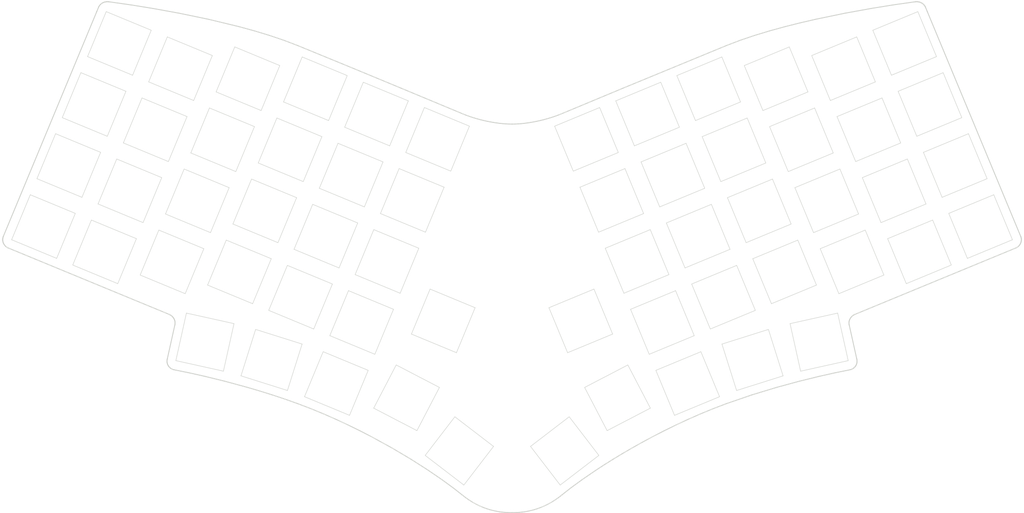
<source format=kicad_pcb>
(kicad_pcb (version 20211014) (generator pcbnew)
  (layers (0 "F.Cu" signal) (31 "B.Cu" signal) (34 "B.Paste" user) (35 "F.Paste" user) (37 "F.SilkS" user "F.Silkscreen") (38 "B.Mask" user) (39 "F.Mask" user) (44 "Edge.Cuts" user))
  (net 0 "")
  (footprint "custom_parts:MX-cutout" (layer "B.Cu") (at -169.721503 47.559868 -157.5)
    (fp_text reference "SW18" hide)
    (fp_text value "SW_Push" hide)
    (fp_line (start -7 7) (end -7 -7) (layer "Edge.Cuts") (width 0.15))
    (fp_line (start 7 7) (end -7 7) (layer "Edge.Cuts") (width 0.15))
    (fp_line (start -7 -7) (end 7 -7) (layer "Edge.Cuts") (width 0.15))
    (fp_line (start 7 -7) (end 7 7) (layer "Edge.Cuts") (width 0.15))
  )
  (footprint "custom_parts:MX-cutout" (layer "B.Cu") (at -122.513608 12.581629 -157.5)
    (fp_text reference "SW3" hide)
    (fp_text value "SW_Push" hide)
    (fp_line (start -7 -7) (end 7 -7) (layer "Edge.Cuts") (width 0.15))
    (fp_line (start -7 7) (end -7 -7) (layer "Edge.Cuts") (width 0.15))
    (fp_line (start 7 7) (end -7 7) (layer "Edge.Cuts") (width 0.15))
    (fp_line (start 7 -7) (end 7 7) (layer "Edge.Cuts") (width 0.15))
  )
  (footprint "custom_parts:MX-cutout" (layer "B.Cu") (at -248.841453 100.221001 157.5)
    (fp_text reference "SW58" hide)
    (fp_text value "SW_Push" hide)
    (fp_line (start 7 -7) (end 7 7) (layer "Edge.Cuts") (width 0.15))
    (fp_line (start 7 7) (end -7 7) (layer "Edge.Cuts") (width 0.15))
    (fp_line (start -7 7) (end -7 -7) (layer "Edge.Cuts") (width 0.15))
    (fp_line (start -7 -7) (end 7 -7) (layer "Edge.Cuts") (width 0.15))
  )
  (footprint "custom_parts:MX-cutout" (layer "B.Cu") (at -281.507377 30.13534 157.5)
    (fp_text reference "SW22" hide)
    (fp_text value "SW_Push" hide)
    (fp_line (start 7 7) (end -7 7) (layer "Edge.Cuts") (width 0.15))
    (fp_line (start -7 -7) (end 7 -7) (layer "Edge.Cuts") (width 0.15))
    (fp_line (start 7 -7) (end 7 7) (layer "Edge.Cuts") (width 0.15))
    (fp_line (start -7 7) (end -7 -7) (layer "Edge.Cuts") (width 0.15))
  )
  (footprint "custom_parts:MX-cutout" (layer "B.Cu") (at -85.58844 2.428085 -157.5)
    (fp_text reference "SW1" hide)
    (fp_text value "SW_Push" hide)
    (fp_line (start -7 -7) (end 7 -7) (layer "Edge.Cuts") (width 0.15))
    (fp_line (start -7 7) (end -7 -7) (layer "Edge.Cuts") (width 0.15))
    (fp_line (start 7 -7) (end 7 7) (layer "Edge.Cuts") (width 0.15))
    (fp_line (start 7 7) (end -7 7) (layer "Edge.Cuts") (width 0.15))
  )
  (footprint "custom_parts:MX-cutout" (layer "B.Cu") (at -325.703531 37.53551 157.5)
    (fp_text reference "SW36" hide)
    (fp_text value "SW_Push" hide)
    (fp_line (start 7 7) (end -7 7) (layer "Edge.Cuts") (width 0.15))
    (fp_line (start -7 -7) (end 7 -7) (layer "Edge.Cuts") (width 0.15))
    (fp_line (start 7 -7) (end 7 7) (layer "Edge.Cuts") (width 0.15))
    (fp_line (start -7 7) (end -7 -7) (layer "Edge.Cuts") (width 0.15))
  )
  (footprint "custom_parts:MX-cutout" (layer "B.Cu") (at -162.450517 65.113579 -157.5)
    (fp_text reference "SW30" hide)
    (fp_text value "SW_Push" hide)
    (fp_line (start 7 -7) (end 7 7) (layer "Edge.Cuts") (width 0.15))
    (fp_line (start -7 -7) (end 7 -7) (layer "Edge.Cuts") (width 0.15))
    (fp_line (start 7 7) (end -7 7) (layer "Edge.Cuts") (width 0.15))
    (fp_line (start -7 7) (end -7 -7) (layer "Edge.Cuts") (width 0.15))
  )
  (footprint "custom_parts:MX-cutout" (layer "B.Cu") (at -127.343095 50.571609 -157.5)
    (fp_text reference "SW28" hide)
    (fp_text value "SW_Push" hide)
    (fp_line (start 7 -7) (end 7 7) (layer "Edge.Cuts") (width 0.15))
    (fp_line (start -7 7) (end -7 -7) (layer "Edge.Cuts") (width 0.15))
    (fp_line (start 7 7) (end -7 7) (layer "Edge.Cuts") (width 0.15))
    (fp_line (start -7 -7) (end 7 -7) (layer "Edge.Cuts") (width 0.15))
  )
  (footprint "custom_parts:MX-cutout" (layer "B.Cu") (at -63.775484 55.08922 -157.5)
    (fp_text reference "SW37" hide)
    (fp_text value "SW_Push" hide)
    (fp_line (start -7 7) (end -7 -7) (layer "Edge.Cuts") (width 0.15))
    (fp_line (start 7 -7) (end 7 7) (layer "Edge.Cuts") (width 0.15))
    (fp_line (start 7 7) (end -7 7) (layer "Edge.Cuts") (width 0.15))
    (fp_line (start -7 -7) (end 7 -7) (layer "Edge.Cuts") (width 0.15))
  )
  (footprint "custom_parts:MX-cutout" (layer "B.Cu") (at -78.317455 19.981798 -157.5)
    (fp_text reference "SW13" hide)
    (fp_text value "SW_Push" hide)
    (fp_line (start -7 -7) (end 7 -7) (layer "Edge.Cuts") (width 0.15))
    (fp_line (start -7 7) (end -7 -7) (layer "Edge.Cuts") (width 0.15))
    (fp_line (start 7 7) (end -7 7) (layer "Edge.Cuts") (width 0.15))
    (fp_line (start 7 -7) (end 7 7) (layer "Edge.Cuts") (width 0.15))
  )
  (footprint "custom_parts:MX-cutout" (layer "B.Cu") (at -129.292742 93.445409 -162.5)
    (fp_text reference "SW50" hide)
    (fp_text value "SW_Push" hide)
    (fp_line (start 7 -7) (end 7 7) (layer "Edge.Cuts") (width 0.15))
    (fp_line (start -7 7) (end -7 -7) (layer "Edge.Cuts") (width 0.15))
    (fp_line (start 7 7) (end -7 7) (layer "Edge.Cuts") (width 0.15))
    (fp_line (start -7 -7) (end 7 -7) (layer "Edge.Cuts") (width 0.15))
  )
  (footprint "custom_parts:MX-cutout" (layer "B.Cu") (at -315.420805 62.360206 157.5)
    (fp_text reference "SW47" hide)
    (fp_text value "SW_Push" hide)
    (fp_line (start -7 7) (end -7 -7) (layer "Edge.Cuts") (width 0.15))
    (fp_line (start -7 -7) (end 7 -7) (layer "Edge.Cuts") (width 0.15))
    (fp_line (start 7 -7) (end 7 7) (layer "Edge.Cuts") (width 0.15))
    (fp_line (start 7 7) (end -7 7) (layer "Edge.Cuts") (width 0.15))
  )
  (footprint "custom_parts:MX-cutout" (layer "B.Cu") (at -311.161559 2.428087 157.5)
    (fp_text reference "SW12" hide)
    (fp_text value "SW_Push" hide)
    (fp_line (start -7 -7) (end 7 -7) (layer "Edge.Cuts") (width 0.15))
    (fp_line (start -7 7) (end -7 -7) (layer "Edge.Cuts") (width 0.15))
    (fp_line (start 7 -7) (end 7 7) (layer "Edge.Cuts") (width 0.15))
    (fp_line (start 7 7) (end -7 7) (layer "Edge.Cuts") (width 0.15))
  )
  (footprint "custom_parts:MX-cutout" (layer "B.Cu") (at -241.570467 82.667292 157.5)
    (fp_text reference "SW43" hide)
    (fp_text value "SW_Push" hide)
    (fp_line (start -7 7) (end -7 -7) (layer "Edge.Cuts") (width 0.15))
    (fp_line (start 7 7) (end -7 7) (layer "Edge.Cuts") (width 0.15))
    (fp_line (start 7 -7) (end 7 7) (layer "Edge.Cuts") (width 0.15))
    (fp_line (start -7 -7) (end 7 -7) (layer "Edge.Cuts") (width 0.15))
  )
  (footprint "custom_parts:MX-cutout" (layer "B.Cu") (at -178.622322 82.211785 -157.5)
    (fp_text reference "SW54" hide)
    (fp_text value "SW_Push" hide)
    (fp_line (start 7 -7) (end 7 7) (layer "Edge.Cuts") (width 0.15))
    (fp_line (start -7 7) (end -7 -7) (layer "Edge.Cuts") (width 0.15))
    (fp_line (start -7 -7) (end 7 -7) (layer "Edge.Cuts") (width 0.15))
    (fp_line (start 7 7) (end -7 7) (layer "Edge.Cuts") (width 0.15))
  )
  (footprint "custom_parts:MX-cutout" (layer "B.Cu") (at -288.778362 47.689051 157.5)
    (fp_text reference "SW34" hide)
    (fp_text value "SW_Push" hide)
    (fp_line (start 7 7) (end -7 7) (layer "Edge.Cuts") (width 0.15))
    (fp_line (start -7 -7) (end 7 -7) (layer "Edge.Cuts") (width 0.15))
    (fp_line (start -7 7) (end -7 -7) (layer "Edge.Cuts") (width 0.15))
    (fp_line (start 7 -7) (end 7 7) (layer "Edge.Cuts") (width 0.15))
  )
  (footprint "custom_parts:MX-cutout" (layer "B.Cu") (at -276.67789 68.125321 157.5)
    (fp_text reference "SW45" hide)
    (fp_text value "SW_Push" hide)
    (fp_line (start 7 -7) (end 7 7) (layer "Edge.Cuts") (width 0.15))
    (fp_line (start -7 7) (end -7 -7) (layer "Edge.Cuts") (width 0.15))
    (fp_line (start -7 -7) (end 7 -7) (layer "Edge.Cuts") (width 0.15))
    (fp_line (start 7 7) (end -7 7) (layer "Edge.Cuts") (width 0.15))
  )
  (footprint "custom_parts:MX-cutout" (layer "B.Cu") (at -71.04647 37.535509 -157.5)
    (fp_text reference "SW25" hide)
    (fp_text value "SW_Push" hide)
    (fp_line (start -7 7) (end -7 -7) (layer "Edge.Cuts") (width 0.15))
    (fp_line (start 7 7) (end -7 7) (layer "Edge.Cuts") (width 0.15))
    (fp_line (start -7 -7) (end 7 -7) (layer "Edge.Cuts") (width 0.15))
    (fp_line (start 7 -7) (end 7 7) (layer "Edge.Cuts") (width 0.15))
  )
  (footprint "custom_parts:MX-cutout" (layer "B.Cu") (at -219.757513 30.00616 157.5)
    (fp_text reference "SW7" hide)
    (fp_text value "SW_Push" hide)
    (fp_line (start -7 -7) (end 7 -7) (layer "Edge.Cuts") (width 0.15))
    (fp_line (start 7 7) (end -7 7) (layer "Edge.Cuts") (width 0.15))
    (fp_line (start 7 -7) (end 7 7) (layer "Edge.Cuts") (width 0.15))
    (fp_line (start -7 7) (end -7 -7) (layer "Edge.Cuts") (width 0.15))
  )
  (footprint "custom_parts:MX-cutout" (layer "B.Cu") (at -137.625821 75.396305 -157.5)
    (fp_text reference "SW41" hide)
    (fp_text value "SW_Push" hide)
    (fp_line (start 7 -7) (end 7 7) (layer "Edge.Cuts") (width 0.15))
    (fp_line (start -7 7) (end -7 -7) (layer "Edge.Cuts") (width 0.15))
    (fp_line (start -7 -7) (end 7 -7) (layer "Edge.Cuts") (width 0.15))
    (fp_line (start 7 7) (end -7 7) (layer "Edge.Cuts") (width 0.15))
  )
  (footprint "custom_parts:MX-cutout" (layer "B.Cu") (at -308.14982 44.806494 157.5)
    (fp_text reference "SW35" hide)
    (fp_text value "SW_Push" hide)
    (fp_line (start -7 7) (end -7 -7) (layer "Edge.Cuts") (width 0.15))
    (fp_line (start 7 -7) (end 7 7) (layer "Edge.Cuts") (width 0.15))
    (fp_line (start -7 -7) (end 7 -7) (layer "Edge.Cuts") (width 0.15))
    (fp_line (start 7 7) (end -7 7) (layer "Edge.Cuts") (width 0.15))
  )
  (footprint "custom_parts:MX-cutout" (layer "B.Cu") (at -300.878835 27.252784 157.5)
    (fp_text reference "SW23" hide)
    (fp_text value "SW_Push" hide)
    (fp_line (start -7 -7) (end 7 -7) (layer "Edge.Cuts") (width 0.15))
    (fp_line (start 7 -7) (end 7 7) (layer "Edge.Cuts") (width 0.15))
    (fp_line (start -7 7) (end -7 -7) (layer "Edge.Cuts") (width 0.15))
    (fp_line (start 7 7) (end -7 7) (layer "Edge.Cuts") (width 0.15))
  )
  (footprint "custom_parts:MX-cutout" (layer "B.Cu") (at -144.896807 57.842594 -157.5)
    (fp_text reference "SW29" hide)
    (fp_text value "SW_Push" hide)
    (fp_line (start -7 -7) (end 7 -7) (layer "Edge.Cuts") (width 0.15))
    (fp_line (start -7 7) (end -7 -7) (layer "Edge.Cuts") (width 0.15))
    (fp_line (start 7 7) (end -7 7) (layer "Edge.Cuts") (width 0.15))
    (fp_line (start 7 -7) (end 7 7) (layer "Edge.Cuts") (width 0.15))
  )
  (footprint "custom_parts:MX-cutout" (layer "B.Cu") (at -103.142151 9.699072 -157.5)
    (fp_text reference "SW2" hide)
    (fp_text value "SW_Push" hide)
    (fp_line (start -7 7) (end -7 -7) (layer "Edge.Cuts") (width 0.15))
    (fp_line (start -7 -7) (end 7 -7) (layer "Edge.Cuts") (width 0.15))
    (fp_line (start 7 -7) (end 7 7) (layer "Edge.Cuts") (width 0.15))
    (fp_line (start 7 7) (end -7 7) (layer "Edge.Cuts") (width 0.15))
  )
  (footprint "custom_parts:MX-cutout" (layer "B.Cu") (at -120.07211 68.125321 -157.5)
    (fp_text reference "SW40" hide)
    (fp_text value "SW_Push" hide)
    (fp_line (start 7 -7) (end 7 7) (layer "Edge.Cuts") (width 0.15))
    (fp_line (start -7 7) (end -7 -7) (layer "Edge.Cuts") (width 0.15))
    (fp_line (start -7 -7) (end 7 -7) (layer "Edge.Cuts") (width 0.15))
    (fp_line (start 7 7) (end -7 7) (layer "Edge.Cuts") (width 0.15))
  )
  (footprint "custom_parts:MX-cutout" (layer "B.Cu") (at -262.13592 33.017898 157.5)
    (fp_text reference "SW21" hide)
    (fp_text value "SW_Push" hide)
    (fp_line (start -7 -7) (end 7 -7) (layer "Edge.Cuts") (width 0.15))
    (fp_line (start 7 7) (end -7 7) (layer "Edge.Cuts") (width 0.15))
    (fp_line (start -7 7) (end -7 -7) (layer "Edge.Cuts") (width 0.15))
    (fp_line (start 7 -7) (end 7 7) (layer "Edge.Cuts") (width 0.15))
  )
  (footprint "custom_parts:MX-cutout" (layer "B.Cu") (at -134.614079 33.017897 -157.5)
    (fp_text reference "SW16" hide)
    (fp_text value "SW_Push" hide)
    (fp_line (start 7 7) (end -7 7) (layer "Edge.Cuts") (width 0.15))
    (fp_line (start -7 -7) (end 7 -7) (layer "Edge.Cuts") (width 0.15))
    (fp_line (start -7 7) (end -7 -7) (layer "Edge.Cuts") (width 0.15))
    (fp_line (start 7 -7) (end 7 7) (layer "Edge.Cuts") (width 0.15))
  )
  (footprint "custom_parts:MX-cutout" (layer "B.Cu") (at -110.156947 88.31803 -167.5)
    (fp_text reference "SW49" hide)
    (fp_text value "SW_Push" hide)
    (fp_line (start -7 -7) (end 7 -7) (layer "Edge.Cuts") (width 0.15))
    (fp_line (start 7 7) (end -7 7) (layer "Edge.Cuts") (width 0.15))
    (fp_line (start 7 -7) (end 7 7) (layer "Edge.Cuts") (width 0.15))
    (fp_line (start -7 7) (end -7 -7) (layer "Edge.Cuts") (width 0.15))
  )
  (footprint "custom_parts:MX-cutout" (layer "B.Cu") (at -95.871165 27.252784 -157.5)
    (fp_text reference "SW14" hide)
    (fp_text value "SW_Push" hide)
    (fp_line (start -7 -7) (end 7 -7) (layer "Edge.Cuts") (width 0.15))
    (fp_line (start 7 7) (end -7 7) (layer "Edge.Cuts") (width 0.15))
    (fp_line (start 7 -7) (end 7 7) (layer "Edge.Cuts") (width 0.15))
    (fp_line (start -7 7) (end -7 -7) (layer "Edge.Cuts") (width 0.15))
  )
  (footprint "custom_parts:MX-cutout" (layer "B.Cu") (at -115.242622 30.13534 -157.5)
    (fp_text reference "SW15" hide)
    (fp_text value "SW_Push" hide)
    (fp_line (start 7 -7) (end 7 7) (layer "Edge.Cuts") (width 0.15))
    (fp_line (start -7 7) (end -7 -7) (layer "Edge.Cuts") (width 0.15))
    (fp_line (start -7 -7) (end 7 -7) (layer "Edge.Cuts") (width 0.15))
    (fp_line (start 7 7) (end -7 7) (layer "Edge.Cuts") (width 0.15))
  )
  (footprint "custom_parts:MX-cutout" (layer "B.Cu") (at -244.582209 40.288884 157.5)
    (fp_text reference "SW20" hide)
    (fp_text value "SW_Push" hide)
    (fp_line (start 7 7) (end -7 7) (layer "Edge.Cuts") (width 0.15))
    (fp_line (start 7 -7) (end 7 7) (layer "Edge.Cuts") (width 0.15))
    (fp_line (start -7 7) (end -7 -7) (layer "Edge.Cuts") (width 0.15))
    (fp_line (start -7 -7) (end 7 -7) (layer "Edge.Cuts") (width 0.15))
  )
  (footprint "custom_parts:MX-cutout" (layer "B.Cu") (at -155.179533 82.667292 -157.5)
    (fp_text reference "SW42" hide)
    (fp_text value "SW_Push" hide)
    (fp_line (start 7 -7) (end 7 7) (layer "Edge.Cuts") (width 0.15))
    (fp_line (start -7 7) (end -7 -7) (layer "Edge.Cuts") (width 0.15))
    (fp_line (start 7 7) (end -7 7) (layer "Edge.Cuts") (width 0.15))
    (fp_line (start -7 -7) (end 7 -7) (layer "Edge.Cuts") (width 0.15))
  )
  (footprint "custom_parts:MX-cutout" (layer "B.Cu") (at -88.60018 44.806494 -157.5)
    (fp_text reference "SW26" hide)
    (fp_text value "SW_Push" hide)
    (fp_line (start 7 7) (end -7 7) (layer "Edge.Cuts") (width 0.15))
    (fp_line (start -7 7) (end -7 -7) (layer "Edge.Cuts") (width 0.15))
    (fp_line (start 7 -7) (end 7 7) (layer "Edge.Cuts") (width 0.15))
    (fp_line (start -7 -7) (end 7 -7) (layer "Edge.Cuts") (width 0.15))
  )
  (footprint "custom_parts:MX-cutout" (layer "B.Cu") (at -296.049347 65.242762 157.5)
    (fp_text reference "SW46" hide)
    (fp_text value "SW_Push" hide)
    (fp_line (start 7 7) (end -7 7) (layer "Edge.Cuts") (width 0.15))
    (fp_line (start -7 7) (end -7 -7) (layer "Edge.Cuts") (width 0.15))
    (fp_line (start 7 -7) (end 7 7) (layer "Edge.Cuts") (width 0.15))
    (fp_line (start -7 -7) (end 7 -7) (layer "Edge.Cuts") (width 0.15))
  )
  (footprint "custom_parts:MX-cutout" (layer "B.Cu") (at -213.503455 119.597194 142.5)
    (fp_text reference "SW56" hide)
    (fp_text value "SW_Push" hide)
    (fp_line (start 7 -7) (end 7 7) (layer "Edge.Cuts") (width 0.15))
    (fp_line (start -7 -7) (end 7 -7) (layer "Edge.Cuts") (width 0.15))
    (fp_line (start 7 7) (end -7 7) (layer "Edge.Cuts") (width 0.15))
    (fp_line (start -7 7) (end -7 -7) (layer "Edge.Cuts") (width 0.15))
  )
  (footprint "custom_parts:MX-cutout" (layer "B.Cu") (at -286.593053 88.31803 167.5)
    (fp_text reference "SW60" hide)
    (fp_text value "SW_Push" hide)
    (fp_line (start -7 -7) (end 7 -7) (layer "Edge.Cuts") (width 0.15))
    (fp_line (start 7 -7) (end 7 7) (layer "Edge.Cuts") (width 0.15))
    (fp_line (start 7 7) (end -7 7) (layer "Edge.Cuts") (width 0.15))
    (fp_line (start -7 7) (end -7 -7) (layer "Edge.Cuts") (width 0.15))
  )
  (footprint "custom_parts:MX-cutout" (layer "B.Cu") (at -259.124179 75.396305 157.5)
    (fp_text reference "SW44" hide)
    (fp_text value "SW_Push" hide)
    (fp_line (start -7 7) (end -7 -7) (layer "Edge.Cuts") (width 0.15))
    (fp_line (start 7 -7) (end 7 7) (layer "Edge.Cuts") (width 0.15))
    (fp_line (start 7 7) (end -7 7) (layer "Edge.Cuts") (width 0.15))
    (fp_line (start -7 -7) (end 7 -7) (layer "Edge.Cuts") (width 0.15))
  )
  (footprint "custom_parts:MX-cutout" (layer "B.Cu") (at -332.974516 55.08922 157.5)
    (fp_text reference "SW48" hide)
    (fp_text value "SW_Push" hide)
    (fp_line (start 7 -7) (end 7 7) (layer "Edge.Cuts") (width 0.15))
    (fp_line (start -7 7) (end -7 -7) (layer "Edge.Cuts") (width 0.15))
    (fp_line (start 7 7) (end -7 7) (layer "Edge.Cuts") (width 0.15))
    (fp_line (start -7 -7) (end 7 -7) (layer "Edge.Cuts") (width 0.15))
  )
  (footprint "custom_parts:MX-cutout" (layer "B.Cu") (at -293.607848 9.699072 157.5)
    (fp_text reference "SW11" hide)
    (fp_text value "SW_Push" hide)
    (fp_line (start 7 7) (end -7 7) (layer "Edge.Cuts") (width 0.15))
    (fp_line (start 7 -7) (end 7 7) (layer "Edge.Cuts") (width 0.15))
    (fp_line (start -7 -7) (end 7 -7) (layer "Edge.Cuts") (width 0.15))
    (fp_line (start -7 7) (end -7 -7) (layer "Edge.Cuts") (width 0.15))
  )
  (footprint "custom_parts:MX-cutout" (layer "B.Cu") (at -183.246545 119.597194 -142.5)
    (fp_text reference "SW53" hide)
    (fp_text value "SW_Push" hide)
    (fp_line (start -7 7) (end -7 -7) (layer "Edge.Cuts") (width 0.15))
    (fp_line (start 7 7) (end -7 7) (layer "Edge.Cuts") (width 0.15))
    (fp_line (start 7 -7) (end 7 7) (layer "Edge.Cuts") (width 0.15))
    (fp_line (start -7 -7) (end 7 -7) (layer "Edge.Cuts") (width 0.15))
  )
  (footprint "custom_parts:MX-cutout" (layer "B.Cu") (at -218.127677 82.211786 157.5)
    (fp_text reference "SW55" hide)
    (fp_text value "SW_Push" hide)
    (fp_line (start 7 -7) (end 7 7) (layer "Edge.Cuts") (width 0.15))
    (fp_line (start -7 -7) (end 7 -7) (layer "Edge.Cuts") (width 0.15))
    (fp_line (start 7 7) (end -7 7) (layer "Edge.Cuts") (width 0.15))
    (fp_line (start -7 7) (end -7 -7) (layer "Edge.Cuts") (width 0.15))
  )
  (footprint "custom_parts:MX-cutout" (layer "B.Cu") (at -274.236392 12.581629 157.5)
    (fp_text reference "SW10" hide)
    (fp_text value "SW_Push" hide)
    (fp_line (start -7 7) (end -7 -7) (layer "Edge.Cuts") (width 0.15))
    (fp_line (start 7 7) (end -7 7) (layer "Edge.Cuts") (width 0.15))
    (fp_line (start -7 -7) (end 7 -7) (layer "Edge.Cuts") (width 0.15))
    (fp_line (start 7 -7) (end 7 7) (layer "Edge.Cuts") (width 0.15))
  )
  (footprint "custom_parts:MX-cutout" (layer "B.Cu") (at -152.167791 40.288884 -157.5)
    (fp_text reference "SW17" hide)
    (fp_text value "SW_Push" hide)
    (fp_line (start -7 7) (end -7 -7) (layer "Edge.Cuts") (width 0.15))
    (fp_line (start -7 -7) (end 7 -7) (layer "Edge.Cuts") (width 0.15))
    (fp_line (start 7 7) (end -7 7) (layer "Edge.Cuts") (width 0.15))
    (fp_line (start 7 -7) (end 7 7) (layer "Edge.Cuts") (width 0.15))
  )
  (footprint "custom_parts:MX-cutout" (layer "B.Cu") (at -267.457406 93.445349 162.5)
    (fp_text reference "SW59" hide)
    (fp_text value "SW_Push" hide)
    (fp_line (start 7 7) (end -7 7) (layer "Edge.Cuts") (width 0.15))
    (fp_line (start 7 -7) (end 7 7) (layer "Edge.Cuts") (width 0.15))
    (fp_line (start -7 -7) (end 7 -7) (layer "Edge.Cuts") (width 0.15))
    (fp_line (start -7 7) (end -7 -7) (layer "Edge.Cuts") (width 0.15))
  )
  (footprint "custom_parts:MX-cutout" (layer "B.Cu") (at -228.670362 104.324504 62.5)
    (fp_text reference "SW57" hide)
    (fp_text value "SW_Push" hide)
    (fp_line (start 7 -7) (end 7 7) (layer "Edge.Cuts") (width 0.15))
    (fp_line (start 7 7) (end -7 7) (layer "Edge.Cuts") (width 0.15))
    (fp_line (start -7 7) (end -7 -7) (layer "Edge.Cuts") (width 0.15))
    (fp_line (start -7 -7) (end 7 -7) (layer "Edge.Cuts") (width 0.15))
  )
  (footprint "custom_parts:MX-cutout" (layer "B.Cu") (at -107.971638 47.689051 -157.5)
    (fp_text reference "SW27" hide)
    (fp_text value "SW_Push" hide)
    (fp_line (start 7 -7) (end 7 7) (layer "Edge.Cuts") (width 0.15))
    (fp_line (start -7 -7) (end 7 -7) (layer "Edge.Cuts") (width 0.15))
    (fp_line (start -7 7) (end -7 -7) (layer "Edge.Cuts") (width 0.15))
    (fp_line (start 7 7) (end -7 7) (layer "Edge.Cuts") (width 0.15))
  )
  (footprint "custom_parts:MX-cutout" (layer "B.Cu") (at -237.311225 22.735172 157.5)
    (fp_text reference "SW8" hide)
    (fp_text value "SW_Push" hide)
    (fp_line (start 7 7) (end -7 7) (layer "Edge.Cuts") (width 0.15))
    (fp_line (start -7 7) (end -7 -7) (layer "Edge.Cuts") (width 0.15))
    (fp_line (start -7 -7) (end 7 -7) (layer "Edge.Cuts") (width 0.15))
    (fp_line (start 7 -7) (end 7 7) (layer "Edge.Cuts") (width 0.15))
  )
  (footprint "custom_parts:MX-cutout" (layer "B.Cu") (at -234.299482 65.11358 157.5)
    (fp_text reference "SW31" hide)
    (fp_text value "SW_Push" hide)
    (fp_line (start 7 7) (end -7 7) (layer "Edge.Cuts") (width 0.15))
    (fp_line (start -7 -7) (end 7 -7) (layer "Edge.Cuts") (width 0.15))
    (fp_line (start -7 7) (end -7 -7) (layer "Edge.Cuts") (width 0.15))
    (fp_line (start 7 -7) (end 7 7) (layer "Edge.Cuts") (width 0.15))
  )
  (footprint "custom_parts:MX-cutout" (layer "B.Cu") (at -81.329196 62.360206 -157.5)
    (fp_text reference "SW38" hide)
    (fp_text value "SW_Push" hide)
    (fp_line (start 7 7) (end -7 7) (layer "Edge.Cuts") (width 0.15))
    (fp_line (start -7 7) (end -7 -7) (layer "Edge.Cuts") (width 0.15))
    (fp_line (start 7 -7) (end 7 7) (layer "Edge.Cuts") (width 0.15))
    (fp_line (start -7 -7) (end 7 -7) (layer "Edge.Cuts") (width 0.15))
  )
  (footprint "custom_parts:MX-cutout" (layer "B.Cu") (at -227.028498 47.559869 157.5)
    (fp_text reference "SW19" hide)
    (fp_text value "SW_Push" hide)
    (fp_line (start 7 -7) (end 7 7) (layer "Edge.Cuts") (width 0.15))
    (fp_line (start -7 -7) (end 7 -7) (layer "Edge.Cuts") (width 0.15))
    (fp_line (start -7 7) (end -7 -7) (layer "Edge.Cuts") (width 0.15))
    (fp_line (start 7 7) (end -7 7) (layer "Edge.Cuts") (width 0.15))
  )
  (footprint "custom_parts:MX-cutout" (layer "B.Cu") (at -159.438775 22.735172 -157.5)
    (fp_text reference "SW5" hide)
    (fp_text value "SW_Push" hide)
    (fp_line (start -7 -7) (end 7 -7) (layer "Edge.Cuts") (width 0.15))
    (fp_line (start 7 7) (end -7 7) (layer "Edge.Cuts") (width 0.15))
    (fp_line (start -7 7) (end -7 -7) (layer "Edge.Cuts") (width 0.15))
    (fp_line (start 7 -7) (end 7 7) (layer "Edge.Cuts") (width 0.15))
  )
  (footprint "custom_parts:MX-cutout" (layer "B.Cu") (at -251.853193 57.842594 157.5)
    (fp_text reference "SW32" hide)
    (fp_text value "SW_Push" hide)
    (fp_line (start 7 -7) (end 7 7) (layer "Edge.Cuts") (width 0.15))
    (fp_line (start -7 -7) (end 7 -7) (layer "Edge.Cuts") (width 0.15))
    (fp_line (start -7 7) (end -7 -7) (layer "Edge.Cuts") (width 0.15))
    (fp_line (start 7 7) (end -7 7) (layer "Edge.Cuts") (width 0.15))
  )
  (footprint "custom_parts:MX-cutout" (layer "B.Cu") (at -254.864935 15.464187 157.5)
    (fp_text reference "SW9" hide)
    (fp_text value "SW_Push" hide)
    (fp_line (start 7 -7) (end 7 7) (layer "Edge.Cuts") (width 0.15))
    (fp_line (start -7 -7) (end 7 -7) (layer "Edge.Cuts") (width 0.15))
    (fp_line (start 7 7) (end -7 7) (layer "Edge.Cuts") (width 0.15))
    (fp_line (start -7 7) (end -7 -7) (layer "Edge.Cuts") (width 0.15))
  )
  (footprint "custom_parts:MX-cutout" (layer "B.Cu") (at -100.700653 65.242762 -157.5)
    (fp_text reference "SW39" hide)
    (fp_text value "SW_Push" hide)
    (fp_line (start -7 -7) (end 7 -7) (layer "Edge.Cuts") (width 0.15))
    (fp_line (start 7 -7) (end 7 7) (layer "Edge.Cuts") (width 0.15))
    (fp_line (start -7 7) (end -7 -7) (layer "Edge.Cuts") (width 0.15))
    (fp_line (start 7 7) (end -7 7) (layer "Edge.Cuts") (width 0.15))
  )
  (footprint "custom_parts:MX-cutout" (layer "B.Cu") (at -147.908547 100.221001 -157.5)
    (fp_text reference "SW51" hide)
    (fp_text value "SW_Push" hide)
    (fp_line (start 7 -7) (end 7 7) (layer "Edge.Cuts") (width 0.15))
    (fp_line (start -7 -7) (end 7 -7) (layer "Edge.Cuts") (width 0.15))
    (fp_line (start -7 7) (end -7 -7) (layer "Edge.Cuts") (width 0.15))
    (fp_line (start 7 7) (end -7 7) (layer "Edge.Cuts") (width 0.15))
  )
  (footprint "custom_parts:MX-cutout" (layer "B.Cu") (at -168.079637 104.324504 117.5)
    (fp_text reference "SW52" hide)
    (fp_text value "SW_Push" hide)
    (fp_line (start 7 7) (end -7 7) (layer "Edge.Cuts") (width 0.15))
    (fp_line (start -7 -7) (end 7 -7) (layer "Edge.Cuts") (width 0.15))
    (fp_line (start 7 -7) (end 7 7) (layer "Edge.Cuts") (width 0.15))
    (fp_line (start -7 7) (end -7 -7) (layer "Edge.Cuts") (width 0.15))
  )
  (footprint "custom_parts:MX-cutout" (layer "B.Cu") (at -141.885065 15.464188 -157.5)
    (fp_text reference "SW4" hide)
    (fp_text value "SW_Push" hide)
    (fp_line (start 7 7) (end -7 7) (layer "Edge.Cuts") (width 0.15))
    (fp_line (start 7 -7) (end 7 7) (layer "Edge.Cuts") (width 0.15))
    (fp_line (start -7 7) (end -7 -7) (layer "Edge.Cuts") (width 0.15))
    (fp_line (start -7 -7) (end 7 -7) (layer "Edge.Cuts") (width 0.15))
  )
  (footprint "custom_parts:MX-cutout" (layer "B.Cu") (at -176.992487 30.006159 -157.5)
    (fp_text reference "SW6" hide)
    (fp_text value "SW_Push" hide)
    (fp_line (start 7 7) (end -7 7) (layer "Edge.Cuts") (width 0.15))
    (fp_line (start -7 7) (end -7 -7) (layer "Edge.Cuts") (width 0.15))
    (fp_line (start -7 -7) (end 7 -7) (layer "Edge.Cuts") (width 0.15))
    (fp_line (start 7 -7) (end 7 7) (layer "Edge.Cuts") (width 0.15))
  )
  (footprint "custom_parts:MX-cutout" (layer "B.Cu") (at -269.406904 50.571608 157.5)
    (fp_text reference "SW33" hide)
    (fp_text value "SW_Push" hide)
    (fp_line (start -7 -7) (end 7 -7) (layer "Edge.Cuts") (width 0.15))
    (fp_line (start 7 7) (end -7 7) (layer "Edge.Cuts") (width 0.15))
    (fp_line (start -7 7) (end -7 -7) (layer "Edge.Cuts") (width 0.15))
    (fp_line (start 7 -7) (end 7 7) (layer "Edge.Cuts") (width 0.15))
  )
  (footprint "custom_parts:MX-cutout" (layer "B.Cu") (at -318.432546 19.981798 157.5)
    (fp_text reference "SW24" hide)
    (fp_text value "SW_Push" hide)
    (fp_line (start -7 -7) (end 7 -7) (layer "Edge.Cuts") (width 0.15))
    (fp_line (start 7 7) (end -7 7) (layer "Edge.Cuts") (width 0.15))
    (fp_line (start -7 7) (end -7 -7) (layer "Edge.Cuts") (width 0.15))
    (fp_line (start 7 -7) (end 7 7) (layer "Edge.Cuts") (width 0.15))
  )
  (gr_line (start -192.965542 136.748021) (end -193.85285 136.939596) (layer "Edge.Cuts") (width 0.264582))
  (gr_line (start -184.292347 22.713381) (end -166.549317 15.315043) (layer "Edge.Cuts") (width 0.264582))
  (gr_line (start -80.839092 -9.272389) (end -80.737986 -9.218995) (layer "Edge.Cuts") (width 0.264582))
  (gr_line (start -260.005925 3.017931) (end -260.005925 3.017931) (layer "Edge.Cuts") (width 0.264582))
  (gr_line (start -242.049447 113.816625) (end -245.402184 112.171338) (layer "Edge.Cuts") (width 0.264582))
  (gr_line (start -99.837595 80.321451) (end -99.837595 80.321451) (layer "Edge.Cuts") (width 0.264582))
  (gr_line (start -52.768198 60.624665) (end -52.85305 60.711816) (layer "Edge.Cuts") (width 0.264582))
  (gr_line (start -52.161824 59.564771) (end -52.199889 59.683322) (layer "Edge.Cuts") (width 0.264582))
  (gr_line (start -185.074764 23.024863) (end -184.292347 22.713381) (layer "Edge.Cuts") (width 0.264582))
  (gr_line (start -100.591613 80.78016) (end -100.760558 80.932918) (layer "Edge.Cuts") (width 0.264582))
  (gr_line (start -211.690567 133.037359) (end -212.732777 132.22468) (layer "Edge.Cuts") (width 0.264582))
  (gr_line (start -200.444794 137.273855) (end -201.223812 137.197407) (layer "Edge.Cuts") (width 0.264582))
  (gr_line (start -81.052228 -9.368206) (end -80.943848 -9.3222) (layer "Edge.Cuts") (width 0.264582))
  (gr_line (start -101.512995 83.387308) (end -99.353884 93.119852) (layer "Edge.Cuts") (width 0.264582))
  (gr_line (start -101.577253 82.855213) (end -101.571555 82.98544) (layer "Edge.Cuts") (width 0.264582))
  (gr_line (start -295.236271 83.387308) (end -295.236271 83.387308) (layer "Edge.Cuts") (width 0.264582))
  (gr_line (start -212.732777 132.22468) (end -212.732777 132.22468) (layer "Edge.Cuts") (width 0.264582))
  (gr_line (start -291.080015 97.153161) (end -295.494664 96.257715) (layer "Edge.Cuts") (width 0.264582))
  (gr_line (start -101.559086 83.117587) (end -101.539636 83.25157) (layer "Edge.Cuts") (width 0.264582))
  (gr_line (start -317.676167 -6.701987) (end -317.676167 -6.701987) (layer "Edge.Cuts") (width 0.264582))
  (gr_line (start -314.70253 -9.572526) (end -314.562657 -9.574261) (layer "Edge.Cuts") (width 0.264582))
  (gr_line (start -178.199023 127.830699) (end -181.510157 130.25197) (layer "Edge.Cuts") (width 0.264582))
  (gr_line (start -100.226901 80.519027) (end -100.413169 80.641977) (layer "Edge.Cuts") (width 0.264582))
  (gr_line (start -151.347072 112.171352) (end -154.699807 113.816639) (layer "Edge.Cuts") (width 0.264582))
  (gr_line (start -101.539636 83.25157) (end -101.512995 83.387308) (layer "Edge.Cuts") (width 0.264582))
  (gr_line (start -189.372652 24.378233) (end -188.474324 24.138424) (layer "Edge.Cuts") (width 0.264582))
  (gr_line (start -101.193654 81.472072) (end -101.307855 81.676561) (layer "Edge.Cuts") (width 0.264582))
  (gr_line (start -286.570147 98.164843) (end -291.080015 97.153161) (layer "Edge.Cuts") (width 0.264582))
  (gr_line (start -99.29027 94.097229) (end -99.31005 94.242831) (layer "Edge.Cuts") (width 0.264582))
  (gr_line (start -263.919796 1.524049) (end -260.005925 3.017931) (layer "Edge.Cuts") (width 0.264582))
  (gr_line (start -53.648392 61.242349) (end -99.837595 80.321451) (layer "Edge.Cuts") (width 0.264582))
  (gr_line (start -295.212751 82.355138) (end -295.237771 82.235739) (layer "Edge.Cuts") (width 0.264582))
  (gr_line (start -315.35041 -9.481162) (end -315.227782 -9.509717) (layer "Edge.Cuts") (width 0.264582))
  (gr_line (start -199.708164 137.322139) (end -200.444794 137.273855) (layer "Edge.Cuts") (width 0.264582))
  (gr_line (start -210.861283 23.324206) (end -210.021082 23.610313) (layer "Edge.Cuts") (width 0.264582))
  (gr_line (start -197.041136 137.322139) (end -198.374653 137.354639) (layer "Edge.Cuts") (width 0.264582))
  (gr_line (start -52.124571 58.295466) (end -52.097439 58.4264) (layer "Edge.Cuts") (width 0.264582))
  (gr_line (start -297.395375 93.119852) (end -297.395375 93.119852) (layer "Edge.Cuts") (width 0.264582))
  (gr_line (start -105.669242 97.15317) (end -110.179111 98.164854) (layer "Edge.Cuts") (width 0.264582))
  (gr_line (start -295.908318 81.014557) (end -295.988705 80.932918) (layer "Edge.Cuts") (width 0.264582))
  (gr_line (start -185.887978 23.324206) (end -185.074764 23.024863) (layer "Edge.Cuts") (width 0.264582))
  (gr_line (start -344.587439 59.564771) (end -344.619812 59.444127) (layer "Edge.Cuts") (width 0.264582))
  (gr_line (start -80.134545 -8.763596) (end -80.06354 -8.689548) (layer "Edge.Cuts") (width 0.264582))
  (gr_line (start -317.147313 -7.978716) (end -317.072806 -8.13943) (layer "Edge.Cuts") (width 0.264582))
  (gr_line (start -99.639889 95.122965) (end -99.709602 95.228763) (layer "Edge.Cuts") (width 0.264582))
  (gr_line (start -202.896422 136.939596) (end -203.78372 136.748021) (layer "Edge.Cuts") (width 0.264582))
  (gr_line (start -80.737986 -9.218995) (end -80.640556 -9.162239) (layer "Edge.Cuts") (width 0.264582))
  (gr_line (start -81.164208 -9.410182) (end -81.052228 -9.368206) (layer "Edge.Cuts") (width 0.264582))
  (gr_line (start -53.033569 60.873368) (end -53.128868 60.94739) (layer "Edge.Cuts") (width 0.264582))
  (gr_line (start -196.662893 25.569862) (end -195.777071 25.50182) (layer "Edge.Cuts") (width 0.264582))
  (gr_line (start -174.133798 125.051594) (end -178.199023 127.830699) (layer "Edge.Cuts") (width 0.264582))
  (gr_line (start -296.632074 95.682628) (end -296.805327 95.516126) (layer "Edge.Cuts") (width 0.264582))
  (gr_line (start -80.640556 -9.162239) (end -80.546825 -9.102346) (layer "Edge.Cuts") (width 0.264582))
  (gr_line (start -53.227281 61.016655) (end -53.328624 61.080974) (layer "Edge.Cuts") (width 0.264582))
  (gr_line (start -101.512995 83.387308) (end -101.512995 83.387308) (layer "Edge.Cuts") (width 0.264582))
  (gr_line (start -295.555611 81.472072) (end -295.618891 81.374267) (layer "Edge.Cuts") (width 0.264582))
  (gr_line (start -238.828133 115.47452) (end -242.049447 113.816625) (layer "Edge.Cuts") (width 0.264582))
  (gr_line (start -79.719769 -8.219865) (end -79.676418 -8.13943) (layer "Edge.Cuts") (width 0.264582))
  (gr_line (start -245.402184 112.171338) (end -248.88 110.55) (layer "Edge.Cuts") (width 0.264582))
  (gr_line (start -200.086401 25.569862) (end -199.219273 25.611491) (layer "Edge.Cuts") (width 0.264582))
  (gr_line (start -136.743344 3.017931) (end -132.829473 1.52405) (layer "Edge.Cuts") (width 0.264582))
  (gr_line (start -344.590003 58.164339) (end -344.547619 58.03321) (layer "Edge.Cuts") (width 0.264582))
  (gr_line (start -52.077656 58.556952) (end -52.065037 58.686931) (layer "Edge.Cuts") (width 0.264582))
  (gr_line (start -52.346388 60.024508) (end -52.405376 60.13278) (layer "Edge.Cuts") (width 0.264582))
  (gr_line (start -315.101655 -9.533354) (end -314.972054 -9.55185) (layer "Edge.Cuts") (width 0.264582))
  (gr_line (start -52.082515 59.197315) (end -52.102954 59.321578) (layer "Edge.Cuts") (width 0.264582))
  (gr_line (start -296.805327 95.516126) (end -296.887238 95.425346) (layer "Edge.Cuts") (width 0.264582))
  (gr_line (start -205.64457 136.214001) (end -206.611827 135.861345) (layer "Edge.Cuts") (width 0.264582))
  (gr_line (start -208.604273 134.959209) (end -209.623168 134.399518) (layer "Edge.Cuts") (width 0.264582))
  (gr_line (start -197.53002 25.611491) (end -196.662893 25.569862) (layer "Edge.Cuts") (width 0.264582))
  (gr_line (start -215.239067 130.251969) (end -218.550205 127.830697) (layer "Edge.Cuts") (width 0.264582))
  (gr_line (start -81.647622 -9.533353) (end -81.521494 -9.509716) (layer "Edge.Cuts") (width 0.264582))
  (gr_line (start -256.159731 107.448276) (end -259.877739 106.030278) (layer "Edge.Cuts") (width 0.264582))
  (gr_line (start -101.254595 96.257715) (end -105.669242 97.15317) (layer "Edge.Cuts") (width 0.264582))
  (gr_line (start -190.282742 24.600414) (end -189.372652 24.378233) (layer "Edge.Cuts") (width 0.264582))
  (gr_line (start -195.525476 137.197407) (end -196.3045 137.273855) (layer "Edge.Cuts") (width 0.264582))
  (gr_line (start -147.869256 110.550015) (end -151.347072 112.171352) (layer "Edge.Cuts") (width 0.264582))
  (gr_line (start -99.295319 93.465372) (end -99.28064 93.630743) (layer "Edge.Cuts") (width 0.264582))
  (gr_line (start -99.413565 94.649879) (end -99.461476 94.775624) (layer "Edge.Cuts") (width 0.264582))
  (gr_line (start -201.872931 25.408465) (end -200.972222 25.50182) (layer "Edge.Cuts") (width 0.264582))
  (gr_line (start -122.368789 101.328778) (end -129.474538 103.486073) (layer "Edge.Cuts") (width 0.264582))
  (gr_line (start -212.456913 22.713381) (end -211.674496 23.024863) (layer "Edge.Cuts") (width 0.264582))
  (gr_line (start -99.372093 94.519162) (end -99.413565 94.649879) (layer "Edge.Cuts") (width 0.264582))
  (gr_line (start -202.784719 25.290895) (end -201.872931 25.408465) (layer "Edge.Cuts") (width 0.264582))
  (gr_line (start -244.642366 9.326685) (end -230.199959 15.315043) (layer "Edge.Cuts") (width 0.264582))
  (gr_line (start -157.921118 115.474533) (end -161.004661 117.133696) (layer "Edge.Cuts") (width 0.264582))
  (gr_line (start -101.536515 82.355138) (end -101.55581 82.476868) (layer "Edge.Cuts") (width 0.264582))
  (gr_line (start -82.046751 -9.572525) (end -81.910275 -9.56498) (layer "Edge.Cuts") (width 0.264582))
  (gr_line (start -344.619812 59.444127) (end -344.646308 59.321578) (layer "Edge.Cuts") (width 0.264582))
  (gr_line (start -280.907956 99.555868) (end -286.570147 98.164843) (layer "Edge.Cuts") (width 0.264582))
  (gr_line (start -316.982093 -8.300056) (end -316.875374 -8.458812) (layer "Edge.Cuts") (width 0.264582))
  (gr_line (start -314.839004 -9.564981) (end -314.70253 -9.572526) (layer "Edge.Cuts") (width 0.264582))
  (gr_line (start -192.122976 24.987498) (end -191.200785 24.803868) (layer "Edge.Cuts") (width 0.264582))
  (gr_line (start -79.99641 -8.613919) (end -79.933181 -8.536933) (layer "Edge.Cuts") (width 0.264582))
  (gr_line (start -100.3947 95.894662) (end -100.490329 95.955256) (layer "Edge.Cuts") (width 0.264582))
  (gr_line (start -171.834262 123.556205) (end -174.133798 125.051594) (layer "Edge.Cuts") (width 0.264582))
  (gr_line (start -52.129451 59.444127) (end -52.161824 59.564771) (layer "Edge.Cuts") (width 0.264582))
  (gr_line (start -163.944091 118.782785) (end -166.733064 120.41046) (layer "Edge.Cuts") (width 0.264582))
  (gr_line (start -316.752849 -8.61392) (end -316.614721 -8.763597) (layer "Edge.Cuts") (width 0.264582))
  (gr_line (start -295.390908 81.78308) (end -295.44141 81.676561) (layer "Edge.Cuts") (width 0.264582))
  (gr_line (start -295.68601 81.279531) (end -295.756761 81.187946) (layer "Edge.Cuts") (width 0.264582))
  (gr_line (start -52.199889 59.683322) (end -52.24346 59.799588) (layer "Edge.Cuts") (width 0.264582))
  (gr_line (start -80.209401 -8.835842) (end -80.134545 -8.763596) (layer "Edge.Cuts") (width 0.264582))
  (gr_line (start -52.537481 60.34) (end -52.610229 60.438567) (layer "Edge.Cuts") (width 0.264582))
  (gr_line (start -79.601893 -7.978716) (end -79.601893 -7.978716) (layer "Edge.Cuts") (width 0.264582))
  (gr_line (start -315.697048 -9.368207) (end -315.469514 -9.44791) (layer "Edge.Cuts") (width 0.264582))
  (gr_line (start -100.586859 96.010799) (end -100.683895 96.061285) (layer "Edge.Cuts") (width 0.264582))
  (gr_line (start -128.692787 0.125976) (end -124.396219 -1.176566) (layer "Edge.Cuts") (width 0.264582))
  (gr_line (start -207.376619 24.378233) (end -206.466533 24.600414) (layer "Edge.Cuts") (width 0.264582))
  (gr_line (start -343.10085 61.242349) (end -343.20988 61.194011) (layer "Edge.Cuts") (width 0.264582))
  (gr_line (start -52.469135 60.238008) (end -52.537481 60.34) (layer "Edge.Cuts") (width 0.264582))
  (gr_line (start -184.016423 132.22468) (end -184.016423 132.22468) (layer "Edge.Cuts") (width 0.264582))
  (gr_line (start -53.432713 61.140156) (end -53.539363 61.194011) (layer "Edge.Cuts") (width 0.264582))
  (gr_line (start -82.329874 -9.569965) (end -82.186625 -9.57426) (layer "Edge.Cuts") (width 0.264582))
  (gr_line (start -82.186625 -9.57426) (end -82.046751 -9.572525) (layer "Edge.Cuts") (width 0.264582))
  (gr_line (start -344.343887 60.13278) (end -344.402876 60.024508) (layer "Edge.Cuts") (width 0.264582))
  (gr_line (start -99.31005 94.242831) (end -99.337456 94.383477) (layer "Edge.Cuts") (width 0.264582))
  (gr_line (start -295.209631 83.25157) (end -295.190181 83.117587) (layer "Edge.Cuts") (width 0.264582))
  (gr_line (start -99.28064 93.630743) (end -99.275169 93.79118) (layer "Edge.Cuts") (width 0.264582))
  (gr_line (start -344.505804 59.799588) (end -344.549375 59.683322) (layer "Edge.Cuts") (width 0.264582))
  (gr_line (start -295.180096 82.600845) (end -295.193456 82.476868) (layer "Edge.Cuts") (width 0.264582))
  (gr_line (start -344.062062 60.533519) (end -344.21178 60.34) (layer "Edge.Cuts") (width 0.264582))
  (gr_line (start -198.374653 137.354639) (end -198.374653 137.354639) (layer "Edge.Cuts") (width 0.264582))
  (gr_line (start -196.3045 137.273855) (end -197.041136 137.322139) (layer "Edge.Cuts") (width 0.264582))
  (gr_line (start -296.258927 95.955249) (end -296.448886 95.829017) (layer "Edge.Cuts") (width 0.264582))
  (gr_line (start -276.746569 -2.383857) (end -272.353052 -1.176568) (layer "Edge.Cuts") (width 0.264582))
  (gr_line (start -252.476551 108.963953) (end -256.159731 107.448276) (layer "Edge.Cuts") (width 0.264582))
  (gr_line (start -296.522363 80.519027) (end -296.617908 80.463469) (layer "Edge.Cuts") (width 0.264582))
  (gr_line (start -52.405376 60.13278) (end -52.469135 60.238008) (layer "Edge.Cuts") (width 0.264582))
  (gr_line (start -206.466533 24.600414) (end -205.548494 24.803868) (layer "Edge.Cuts") (width 0.264582))
  (gr_line (start -100.877905 96.147068) (end -101.069193 96.212559) (layer "Edge.Cuts") (width 0.264582))
  (gr_line (start -144.272705 108.963968) (end -144.272705 108.963968) (layer "Edge.Cuts") (width 0.264582))
  (gr_line (start -297.439208 94.24283) (end -297.458988 94.097228) (layer "Edge.Cuts") (width 0.264582))
  (gr_line (start -202.04207 137.08769) (end -202.896422 136.939596) (layer "Edge.Cuts") (width 0.264582))
  (gr_line (start -80.288082 -8.906062) (end -80.209401 -8.835842) (layer "Edge.Cuts") (width 0.264582))
  (gr_line (start -102.717826 -6.266015) (end -95.129974 -7.642776) (layer "Edge.Cuts") (width 0.264582))
  (gr_line (start -295.190181 83.117587) (end -295.177711 82.98544) (layer "Edge.Cuts") (width 0.264582))
  (gr_line (start -192.048435 136.507858) (end -192.965542 136.748021) (layer "Edge.Cuts") (width 0.264582))
  (gr_line (start -101.358357 81.78308) (end -101.404182 81.892339) (layer "Edge.Cuts") (width 0.264582))
  (gr_line (start -82.626393 -9.542387) (end -82.476471 -9.559414) (layer "Edge.Cuts") (width 0.264582))
  (gr_line (start -79.676418 -8.13943) (end -79.637117 -8.058973) (layer "Edge.Cuts") (width 0.264582))
  (gr_line (start -314.122898 -9.542387) (end -314.122898 -9.542387) (layer "Edge.Cuts") (width 0.264582))
  (gr_line (start -99.353884 93.119852) (end -99.319602 93.295073) (layer "Edge.Cuts") (width 0.264582))
  (gr_line (start -344.680939 59.071529) (end -344.688704 58.94441) (layer "Edge.Cuts") (width 0.264582))
  (gr_line (start -194.876361 25.408465) (end -193.964571 25.290895) (layer "Edge.Cuts") (width 0.264582))
  (gr_line (start -295.988705 80.932918) (end -296.071886 80.854758) (layer "Edge.Cuts") (width 0.264582))
  (gr_line (start -296.71478 80.411966) (end -296.812771 80.364599) (layer "Edge.Cuts") (width 0.264582))
  (gr_line (start -212.732777 132.22468) (end -215.239067 130.251969) (layer "Edge.Cuts") (width 0.264582))
  (gr_line (start -295.268306 82.118751) (end -295.304146 82.004257) (layer "Edge.Cuts") (width 0.264582))
  (gr_line (start -101.063254 81.279531) (end -101.193654 81.472072) (layer "Edge.Cuts") (width 0.264582))
  (gr_line (start -210.652982 133.760604) (end -211.690567 133.037359) (layer "Edge.Cuts") (width 0.264582))
  (gr_line (start -99.943929 95.516132) (end -100.029115 95.601895) (layer "Edge.Cuts") (width 0.264582))
  (gr_line (start -222.615436 125.051589) (end -227.384004 122.005373) (layer "Edge.Cuts") (width 0.264582))
  (gr_line (start -297.335693 94.649876) (end -297.377165 94.519159) (layer "Edge.Cuts") (width 0.264582))
  (gr_line (start -88.916471 -8.646281) (end -82.626393 -9.542387) (layer "Edge.Cuts") (width 0.264582))
  (gr_line (start -100.490329 95.955256) (end -100.586859 96.010799) (layer "Edge.Cuts") (width 0.264582))
  (gr_line (start -99.862017 95.425353) (end -99.943929 95.516132) (layer "Edge.Cuts") (width 0.264582))
  (gr_line (start -53.648392 61.242349) (end -53.648392 61.242349) (layer "Edge.Cuts") (width 0.264582))
  (gr_line (start -201.223812 137.197407) (end -202.04207 137.08769) (layer "Edge.Cuts") (width 0.264582))
  (gr_line (start -52.102954 59.321578) (end -52.129451 59.444127) (layer "Edge.Cuts") (width 0.264582))
  (gr_line (start -53.128868 60.94739) (end -53.227281 61.016655) (layer "Edge.Cuts") (width 0.264582))
  (gr_line (start -81.777224 -9.551848) (end -81.647622 -9.533353) (layer "Edge.Cuts") (width 0.264582))
  (gr_line (start -295.871352 96.147063) (end -296.065361 96.061279) (layer "Edge.Cuts") (width 0.264582))
  (gr_line (start -263.594695 104.709644) (end -267.274722 103.486058) (layer "Edge.Cuts") (width 0.264582))
  (gr_line (start -316.292455 -9.039538) (end -316.108719 -9.162241) (layer "Edge.Cuts") (width 0.264582))
  (gr_line (start -343.521968 61.016655) (end -343.715684 60.873368) (layer "Edge.Cuts") (width 0.264582))
  (gr_line (start -198.374646 25.625612) (end -198.374646 25.625612) (layer "Edge.Cuts") (width 0.264582))
  (gr_line (start -99.837595 80.321451) (end -100.034485 80.411966) (layer "Edge.Cuts") (width 0.264582))
  (gr_line (start -195.777071 25.50182) (end -194.876361 25.408465) (layer "Edge.Cuts") (width 0.264582))
  (gr_line (start -189.149782 135.444783) (end -190.137407 135.861345) (layer "Edge.Cuts") (width 0.264582))
  (gr_line (start -100.91833 81.099594) (end -101.063254 81.279531) (layer "Edge.Cuts") (width 0.264582))
  (gr_line (start -52.065037 58.686931) (end -52.059397 58.816147) (layer "Edge.Cuts") (width 0.264582))
  (gr_line (start -295.236271 83.387308) (end -295.209631 83.25157) (layer "Edge.Cuts") (width 0.264582))
  (gr_line (start -101.48096 82.118751) (end -101.511495 82.235739) (layer "Edge.Cuts") (width 0.264582))
  (gr_line (start -206.611827 135.861345) (end -207.599444 135.444783) (layer "Edge.Cuts") (width 0.264582))
  (gr_line (start -297.174223 95.012168) (end -297.233827 94.896386) (layer "Edge.Cuts") (width 0.264582))
  (gr_line (start -297.233827 94.896386) (end -297.287782 94.77562) (layer "Edge.Cuts") (width 0.264582))
  (gr_line (start -161.004661 117.133696) (end -163.944091 118.782785) (layer "Edge.Cuts") (width 0.264582))
  (gr_line (start -79.818524 -8.379779) (end -79.767146 -8.300055) (layer "Edge.Cuts") (width 0.264582))
  (gr_line (start -200.972222 25.50182) (end -200.086401 25.569862) (layer "Edge.Cuts") (width 0.264582))
  (gr_line (start -344.688704 58.94441) (end -344.689858 58.816147) (layer "Edge.Cuts") (width 0.264582))
  (gr_line (start -115.841303 99.555881) (end -122.368789 101.328778) (layer "Edge.Cuts") (width 0.264582))
  (gr_line (start -79.767146 -8.300055) (end -79.719769 -8.219865) (layer "Edge.Cuts") (width 0.264582))
  (gr_line (start -297.470747 93.946676) (end -297.474089 93.791179) (layer "Edge.Cuts") (width 0.264582))
  (gr_line (start -101.569171 82.600845) (end -101.576388 82.726987) (layer "Edge.Cuts") (width 0.264582))
  (gr_line (start -296.448886 95.829017) (end -296.632074 95.682628) (layer "Edge.Cuts") (width 0.264582))
  (gr_line (start -99.337456 94.383477) (end -99.372093 94.519162) (layer "Edge.Cuts") (width 0.264582))
  (gr_line (start -296.428356 80.578557) (end -296.522363 80.519027) (layer "Edge.Cuts") (width 0.264582))
  (gr_line (start -314.972054 -9.55185) (end -314.839004 -9.564981) (layer "Edge.Cuts") (width 0.264582))
  (gr_line (start -296.965479 95.329555) (end -297.039654 95.228758) (layer "Edge.Cuts") (width 0.264582))
  (gr_line (start -296.812771 80.364599) (end -296.911671 80.321451) (layer "Edge.Cuts") (width 0.264582))
  (gr_line (start -79.073094 -6.701987) (end -79.073094 -6.701987) (layer "Edge.Cuts") (width 0.264582))
  (gr_line (start -344.671593 58.556952) (end -344.651806 58.4264) (layer "Edge.Cuts") (width 0.264582))
  (gr_line (start -230.199959 15.315043) (end -212.456913 22.713381) (layer "Edge.Cuts") (width 0.264582))
  (gr_line (start -210.021082 23.610313) (end -209.1577 23.882085) (layer "Edge.Cuts") (width 0.264582))
  (gr_line (start -52.251892 57.902269) (end -52.201613 58.03321) (layer "Edge.Cuts") (width 0.264582))
  (gr_line (start -136.87152 106.030294) (end -140.589527 107.448291) (layer "Edge.Cuts") (width 0.264582))
  (gr_line (start -296.336095 80.641977) (end -296.428356 80.578557) (layer "Edge.Cuts") (width 0.264582))
  (gr_line (start -115.575171 -3.496167) (end -111.176559 -4.51378) (layer "Edge.Cuts") (width 0.264582))
  (gr_line (start -101.445119 82.004257) (end -101.48096 82.118751) (layer "Edge.Cuts") (width 0.264582))
  (gr_line (start -52.059397 58.816147) (end -52.060553 58.94441) (layer "Edge.Cuts") (width 0.264582))
  (gr_line (start -295.756761 81.187946) (end -295.830933 81.099594) (layer "Edge.Cuts") (width 0.264582))
  (gr_line (start -79.873877 -8.458812) (end -79.818524 -8.379779) (layer "Edge.Cuts") (width 0.264582))
  (gr_line (start -316.108719 -9.162241) (end -315.910183 -9.272391) (layer "Edge.Cuts") (width 0.264582))
  (gr_line (start -99.709602 95.228763) (end -99.783777 95.329561) (layer "Edge.Cuts") (width 0.264582))
  (gr_line (start -294.031449 -6.266016) (end -285.572714 -4.513782) (layer "Edge.Cuts") (width 0.264582))
  (gr_line (start -81.279762 -9.447908) (end -81.164208 -9.410182) (layer "Edge.Cuts") (width 0.264582))
  (gr_line (start -211.674496 23.024863) (end -210.861283 23.324206) (layer "Edge.Cuts") (width 0.264582))
  (gr_line (start -81.910275 -9.56498) (end -81.777224 -9.551848) (layer "Edge.Cuts") (width 0.264582))
  (gr_line (start -297.411801 94.383475) (end -297.439208 94.24283) (layer "Edge.Cuts") (width 0.264582))
  (gr_line (start -295.304146 82.004257) (end -295.345084 81.892339) (layer "Edge.Cuts") (width 0.264582))
  (gr_line (start -169.365236 122.00538) (end -171.834262 123.556205) (layer "Edge.Cuts") (width 0.264582))
  (gr_line (start -209.623168 134.399518) (end -210.652982 133.760604) (layer "Edge.Cuts") (width 0.264582))
  (gr_line (start -344.21178 60.34) (end -344.343887 60.13278) (layer "Edge.Cuts") (width 0.264582))
  (gr_line (start -296.887238 95.425346) (end -296.965479 95.329555) (layer "Edge.Cuts") (width 0.264582))
  (gr_line (start -144.272705 108.963968) (end -147.869256 110.550015) (layer "Edge.Cuts") (width 0.264582))
  (gr_line (start -80.456818 -9.039537) (end -80.370562 -8.974035) (layer "Edge.Cuts") (width 0.264582))
  (gr_line (start -295.680065 96.212557) (end -295.871352 96.147063) (layer "Edge.Cuts") (width 0.264582))
  (gr_line (start -101.069193 96.212559) (end -101.254595 96.257715) (layer "Edge.Cuts") (width 0.264582))
  (gr_line (start -218.550205 127.830697) (end -222.615436 125.051589) (layer "Edge.Cuts") (width 0.264582))
  (gr_line (start -316.875374 -8.458812) (end -316.752849 -8.61392) (layer "Edge.Cuts") (width 0.264582))
  (gr_line (start -296.911671 80.321451) (end -343.10085 61.242349) (layer "Edge.Cuts") (width 0.264582))
  (gr_line (start -344.624671 58.295466) (end -344.590003 58.164339) (layer "Edge.Cuts") (width 0.264582))
  (gr_line (start -101.511495 82.235739) (end -101.536515 82.355138) (layer "Edge.Cuts") (width 0.264582))
  (gr_line (start -205.548494 24.803868) (end -204.626307 24.987498) (layer "Edge.Cuts") (width 0.264582))
  (gr_line (start -81.521494 -9.509716) (end -81.398866 -9.48116) (layer "Edge.Cuts") (width 0.264582))
  (gr_line (start -52.292354 59.91338) (end -52.346388 60.024508) (layer "Edge.Cuts") (width 0.264582))
  (gr_line (start -100.300369 95.829024) (end -100.3947 95.894662) (layer "Edge.Cuts") (width 0.264582))
  (gr_line (start -52.060553 58.94441) (end -52.06832 59.071529) (layer "Edge.Cuts") (width 0.264582))
  (gr_line (start -248.88 110.55) (end -252.476551 108.963953) (layer "Edge.Cuts") (width 0.264582))
  (gr_line (start -184.53791 132.642518) (end -185.058635 133.037359) (layer "Edge.Cuts") (width 0.264582))
  (gr_line (start -297.429657 93.295073) (end -297.395375 93.119852) (layer "Edge.Cuts") (width 0.264582))
  (gr_line (start -295.172014 82.855213) (end -295.172878 82.726987) (layer "Edge.Cuts") (width 0.264582))
  (gr_line (start -154.699807 113.816639) (end -157.921118 115.474533) (layer "Edge.Cuts") (width 0.264582))
  (gr_line (start -52.85305 60.711816) (end -52.941568 60.79478) (layer "Edge.Cuts") (width 0.264582))
  (gr_line (start -344.689858 58.816147) (end -344.684215 58.686931) (layer "Edge.Cuts") (width 0.264582))
  (gr_line (start -132.829473 1.52405) (end -128.692787 0.125976) (layer "Edge.Cuts") (width 0.264582))
  (gr_line (start -295.172878 82.726987) (end -295.180096 82.600845) (layer "Edge.Cuts") (width 0.264582))
  (gr_line (start -297.453939 93.465372) (end -297.429657 93.295073) (layer "Edge.Cuts") (width 0.264582))
  (gr_line (start -52.687197 60.533519) (end -52.768198 60.624665) (layer "Edge.Cuts") (width 0.264582))
  (gr_line (start -79.601893 -7.978716) (end -79.073094 -6.701987) (layer "Edge.Cuts") (width 0.264582))
  (gr_line (start -99.51543 94.89639) (end -99.575033 95.012172) (layer "Edge.Cuts") (width 0.264582))
  (gr_line (start -343.316533 61.140156) (end -343.420623 61.080974) (layer "Edge.Cuts") (width 0.264582))
  (gr_line (start -52.201613 58.03321) (end -52.159234 58.164339) (layer "Edge.Cuts") (width 0.264582))
  (gr_line (start -296.617908 80.463469) (end -296.71478 80.411966) (layer "Edge.Cuts") (width 0.264582))
  (gr_line (start -81.398866 -9.48116) (end -81.279762 -9.447908) (layer "Edge.Cuts") (width 0.264582))
  (gr_line (start -316.461189 -8.906063) (end -316.292455 -9.039538) (layer "Edge.Cuts") (width 0.264582))
  (gr_line (start -295.345084 81.892339) (end -295.390908 81.78308) (layer "Edge.Cuts") (width 0.264582))
  (gr_line (start -317.147313 -7.978716) (end -317.147313 -7.978716) (layer "Edge.Cuts") (width 0.264582))
  (gr_line (start -227.384004 122.005373) (end -232.805155 118.782774) (layer "Edge.Cuts") (width 0.264582))
  (gr_line (start -295.618891 81.374267) (end -295.68601 81.279531) (layer "Edge.Cuts") (width 0.264582))
  (gr_line (start -100.029115 95.601895) (end -100.117181 95.682635) (layer "Edge.Cuts") (width 0.264582))
  (gr_line (start -296.071886 80.854758) (end -296.157651 80.78016) (layer "Edge.Cuts") (width 0.264582))
  (gr_line (start -204.626307 24.987498) (end -203.70378 25.150206) (layer "Edge.Cuts") (width 0.264582))
  (gr_line (start -343.896206 60.711816) (end -344.062062 60.533519) (layer "Edge.Cuts") (width 0.264582))
  (gr_line (start -52.159234 58.164339) (end -52.124571 58.295466) (layer "Edge.Cuts") (width 0.264582))
  (gr_line (start -99.353884 93.119852) (end -99.353884 93.119852) (layer "Edge.Cuts") (width 0.264582))
  (gr_line (start -79.637117 -8.058973) (end -79.601893 -7.978716) (layer "Edge.Cuts") (width 0.264582))
  (gr_line (start -188.144945 134.959209) (end -189.149782 135.444783) (layer "Edge.Cuts") (width 0.264582))
  (gr_line (start -207.599444 135.444783) (end -208.604273 134.959209) (layer "Edge.Cuts") (width 0.264582))
  (gr_line (start -259.877739 106.030278) (end -263.594695 104.709644) (layer "Edge.Cuts") (width 0.264582))
  (gr_line (start -315.227782 -9.509717) (end -315.101655 -9.533354) (layer "Edge.Cuts") (width 0.264582))
  (gr_line (start -343.10085 61.242349) (end -343.10085 61.242349) (layer "Edge.Cuts") (width 0.264582))
  (gr_line (start -203.70378 25.150206) (end -202.784719 25.290895) (layer "Edge.Cuts") (width 0.264582))
  (gr_line (start -315.910183 -9.272391) (end -315.697048 -9.368207) (layer "Edge.Cuts") (width 0.264582))
  (gr_line (start -316.614721 -8.763597) (end -316.461189 -8.906063) (layer "Edge.Cuts") (width 0.264582))
  (gr_line (start -100.413169 80.641977) (end -100.591613 80.78016) (layer "Edge.Cuts") (width 0.264582))
  (gr_line (start -181.510157 130.25197) (end -184.016446 132.22468) (layer "Edge.Cuts") (width 0.264582))
  (gr_line (start -129.474538 103.486073) (end -136.87152 106.030294) (layer "Edge.Cuts") (width 0.264582))
  (gr_line (start -52.251892 57.902269) (end -52.251892 57.902269) (layer "Edge.Cuts") (width 0.264582))
  (gr_line (start -184.292347 22.713381) (end -184.292347 22.713381) (layer "Edge.Cuts") (width 0.264582))
  (gr_line (start -199.219273 25.611491) (end -198.374646 25.625612) (layer "Edge.Cuts") (width 0.264582))
  (gr_line (start -204.700818 136.507858) (end -205.64457 136.214001) (layer "Edge.Cuts") (width 0.264582))
  (gr_line (start -80.370562 -8.974035) (end -80.288082 -8.906062) (layer "Edge.Cuts") (width 0.264582))
  (gr_line (start -166.733064 120.41046) (end -169.365236 122.00538) (layer "Edge.Cuts") (width 0.264582))
  (gr_line (start -297.287782 94.77562) (end -297.335693 94.649876) (layer "Edge.Cuts") (width 0.264582))
  (gr_line (start -203.78372 136.748021) (end -204.700818 136.507858) (layer "Edge.Cuts") (width 0.264582))
  (gr_line (start -212.456913 22.713381) (end -212.456913 22.713381) (layer "Edge.Cuts") (width 0.264582))
  (gr_line (start -297.474089 93.791179) (end -297.468618 93.630742) (layer "Edge.Cuts") (width 0.264582))
  (gr_line (start -314.272816 -9.559415) (end -314.122898 -9.542387) (layer "Edge.Cuts") (width 0.264582))
  (gr_line (start -52.097439 58.4264) (end -52.077656 58.556952) (layer "Edge.Cuts") (width 0.264582))
  (gr_line (start -193.964571 25.290895) (end -193.045507 25.150206) (layer "Edge.Cuts") (width 0.264582))
  (gr_line (start -80.943848 -9.3222) (end -80.839092 -9.272389) (layer "Edge.Cuts") (width 0.264582))
  (gr_line (start -252.476551 108.963953) (end -252.476551 108.963953) (layer "Edge.Cuts") (width 0.264582))
  (gr_line (start -80.546825 -9.102346) (end -80.456818 -9.039537) (layer "Edge.Cuts") (width 0.264582))
  (gr_line (start -344.666746 59.197315) (end -344.680939 59.071529) (layer "Edge.Cuts") (width 0.264582))
  (gr_line (start -101.55581 82.476868) (end -101.569171 82.600845) (layer "Edge.Cuts") (width 0.264582))
  (gr_line (start -79.073094 -6.701987) (end -52.251892 57.902269) (layer "Edge.Cuts") (width 0.264582))
  (gr_line (start -111.176559 -4.51378) (end -102.717826 -6.266015) (layer "Edge.Cuts") (width 0.264582))
  (gr_line (start -99.275169 93.79118) (end -99.278511 93.946677) (layer "Edge.Cuts") (width 0.264582))
  (gr_line (start -296.157651 80.78016) (end -296.24579 80.709206) (layer "Edge.Cuts") (width 0.264582))
  (gr_line (start -232.805155 118.782774) (end -238.828133 115.47452) (layer "Edge.Cuts") (width 0.264582))
  (gr_line (start -344.45691 59.91338) (end -344.505804 59.799588) (layer "Edge.Cuts") (width 0.264582))
  (gr_line (start -124.396219 -1.176566) (end -120.002702 -2.383855) (layer "Edge.Cuts") (width 0.264582))
  (gr_line (start -295.494664 96.257715) (end -295.680065 96.212557) (layer "Edge.Cuts") (width 0.264582))
  (gr_line (start -297.377165 94.519159) (end -297.411801 94.383475) (layer "Edge.Cuts") (width 0.264582))
  (gr_line (start -184.016446 132.22468) (end -184.016423 132.22468) (layer "Edge.Cuts") (width 0.264582))
  (gr_line (start -79.933181 -8.536933) (end -79.873877 -8.458812) (layer "Edge.Cuts") (width 0.264582))
  (gr_line (start -344.651806 58.4264) (end -344.624671 58.295466) (layer "Edge.Cuts") (width 0.264582))
  (gr_line (start -317.676167 -6.701987) (end -317.147313 -7.978716) (layer "Edge.Cuts") (width 0.264582))
  (gr_line (start -343.715684 60.873368) (end -343.896206 60.711816) (layer "Edge.Cuts") (width 0.264582))
  (gr_line (start -191.200785 24.803868) (end -190.282742 24.600414) (layer "Edge.Cuts") (width 0.264582))
  (gr_line (start -296.24579 80.709206) (end -296.336095 80.641977) (layer "Edge.Cuts") (width 0.264582))
  (gr_line (start -274.380471 101.328764) (end -280.907956 99.555868) (layer "Edge.Cuts") (width 0.264582))
  (gr_line (start -344.402876 60.024508) (end -344.45691 59.91338) (layer "Edge.Cuts") (width 0.264582))
  (gr_line (start -343.420623 61.080974) (end -343.521968 61.016655) (layer "Edge.Cuts") (width 0.264582))
  (gr_line (start -99.461476 94.775624) (end -99.51543 94.89639) (layer "Edge.Cuts") (width 0.264582))
  (gr_line (start -285.572714 -4.513782) (end -276.746569 -2.383857) (layer "Edge.Cuts") (width 0.264582))
  (gr_line (start -140.589527 107.448291) (end -144.272705 108.963968) (layer "Edge.Cuts") (width 0.264582))
  (gr_line (start -314.562657 -9.574261) (end -314.419411 -9.569965) (layer "Edge.Cuts") (width 0.264582))
  (gr_line (start -82.476471 -9.559414) (end -82.329874 -9.569965) (layer "Edge.Cuts") (width 0.264582))
  (gr_line (start -344.497334 57.902269) (end -317.676167 -6.701987) (layer "Edge.Cuts") (width 0.264582))
  (gr_line (start -315.469514 -9.44791) (end -315.35041 -9.481162) (layer "Edge.Cuts") (width 0.264582))
  (gr_line (start -53.328624 61.080974) (end -53.432713 61.140156) (layer "Edge.Cuts") (width 0.264582))
  (gr_line (start -100.207731 95.758347) (end -100.300369 95.829024) (layer "Edge.Cuts") (width 0.264582))
  (gr_line (start -314.419411 -9.569965) (end -314.272816 -9.559415) (layer "Edge.Cuts") (width 0.264582))
  (gr_line (start -185.058635 133.037359) (end -186.096225 133.760604) (layer "Edge.Cuts") (width 0.264582))
  (gr_line (start -314.122898 -9.542387) (end -307.83281 -8.646282) (layer "Edge.Cuts") (width 0.264582))
  (gr_line (start -53.539363 61.194011) (end -53.648392 61.242349) (layer "Edge.Cuts") (width 0.264582))
  (gr_line (start -343.20988 61.194011) (end -343.316533 61.140156) (layer "Edge.Cuts") (width 0.264582))
  (gr_line (start -110.179111 98.164854) (end -115.841303 99.555881) (layer "Edge.Cuts") (width 0.264582))
  (gr_line (start -136.743344 3.017931) (end -136.743344 3.017931) (layer "Edge.Cuts") (width 0.264582))
  (gr_line (start -344.646308 59.321578) (end -344.666746 59.197315) (layer "Edge.Cuts") (width 0.264582))
  (gr_line (start -101.404182 81.892339) (end -101.445119 82.004257) (layer "Edge.Cuts") (width 0.264582))
  (gr_line (start -101.571555 82.98544) (end -101.559086 83.117587) (layer "Edge.Cuts") (width 0.264582))
  (gr_line (start -307.83281 -8.646282) (end -301.619304 -7.642777) (layer "Edge.Cuts") (width 0.264582))
  (gr_line (start -296.911671 80.321451) (end -296.911671 80.321451) (layer "Edge.Cuts") (width 0.264582))
  (gr_line (start -301.619304 -7.642777) (end -294.031449 -6.266016) (layer "Edge.Cuts") (width 0.264582))
  (gr_line (start -166.549317 15.315043) (end -136.743344 3.017931) (layer "Edge.Cuts") (width 0.264582))
  (gr_line (start -101.576388 82.726987) (end -101.577253 82.855213) (layer "Edge.Cuts") (width 0.264582))
  (gr_line (start -193.045507 25.150206) (end -192.122976 24.987498) (layer "Edge.Cuts") (width 0.264582))
  (gr_line (start -270.88194 102.359203) (end -274.380471 101.328764) (layer "Edge.Cuts") (width 0.264582))
  (gr_line (start -99.278511 93.946677) (end -99.29027 94.097229) (layer "Edge.Cuts") (width 0.264582))
  (gr_line (start -344.684215 58.686931) (end -344.671593 58.556952) (layer "Edge.Cuts") (width 0.264582))
  (gr_line (start -80.06354 -8.689548) (end -79.99641 -8.613919) (layer "Edge.Cuts") (width 0.264582))
  (gr_line (start -101.307855 81.676561) (end -101.358357 81.78308) (layer "Edge.Cuts") (width 0.264582))
  (gr_line (start -187.591565 23.882085) (end -186.72818 23.610313) (layer "Edge.Cuts") (width 0.264582))
  (gr_line (start -188.474324 24.138424) (end -187.591565 23.882085) (layer "Edge.Cuts") (width 0.264582))
  (gr_line (start -198.374646 25.625612) (end -197.53002 25.611491) (layer "Edge.Cuts") (width 0.264582))
  (gr_line (start -100.034485 80.411966) (end -100.226901 80.519027) (layer "Edge.Cuts") (width 0.264582))
  (gr_line (start -260.005925 3.017931) (end -244.642366 9.326685) (layer "Edge.Cuts") (width 0.264582))
  (gr_line (start -297.039654 95.228758) (end -297.109367 95.12296) (layer "Edge.Cuts") (width 0.264582))
  (gr_line (start -184.016423 132.22468) (end -184.53791 132.642518) (layer "Edge.Cuts") (width 0.264582))
  (gr_line (start -268.056483 0.125975) (end -263.919796 1.524049) (layer "Edge.Cuts") (width 0.264582))
  (gr_line (start -193.85285 136.939596) (end -194.70721 137.08769) (layer "Edge.Cuts") (width 0.264582))
  (gr_line (start -344.549375 59.683322) (end -344.587439 59.564771) (layer "Edge.Cuts") (width 0.264582))
  (gr_line (start -95.129974 -7.642776) (end -88.916471 -8.646281) (layer "Edge.Cuts") (width 0.264582))
  (gr_line (start -120.002702 -2.383855) (end -115.575171 -3.496167) (layer "Edge.Cuts") (width 0.264582))
  (gr_line (start -297.468618 93.630742) (end -297.453939 93.465372) (layer "Edge.Cuts") (width 0.264582))
  (gr_line (start -272.353052 -1.176568) (end -268.056483 0.125975) (layer "Edge.Cuts") (width 0.264582))
  (gr_line (start -100.683895 96.061285) (end -100.877905 96.147068) (layer "Edge.Cuts") (width 0.264582))
  (gr_line (start -99.319602 93.295073) (end -99.295319 93.465372) (layer "Edge.Cuts") (width 0.264582))
  (gr_line (start -209.1577 23.882085) (end -208.274943 24.138424) (layer "Edge.Cuts") (width 0.264582))
  (gr_line (start -295.44141 81.676561) (end -295.496381 81.572864) (layer "Edge.Cuts") (width 0.264582))
  (gr_line (start -194.70721 137.08769) (end -195.525476 137.197407) (layer "Edge.Cuts") (width 0.264582))
  (gr_line (start -295.494664 96.257715) (end -295.494664 96.257715) (layer "Edge.Cuts") (width 0.264582))
  (gr_line (start -52.610229 60.438567) (end -52.687197 60.533519) (layer "Edge.Cuts") (width 0.264582))
  (gr_line (start -99.783777 95.329561) (end -99.862017 95.425353) (layer "Edge.Cuts") (width 0.264582))
  (gr_line (start -344.497334 57.902269) (end -344.497334 57.902269) (layer "Edge.Cuts") (width 0.264582))
  (gr_line (start -297.109367 95.12296) (end -297.174223 95.012168) (layer "Edge.Cuts") (width 0.264582))
  (gr_line (start -296.065361 96.061279) (end -296.258927 95.955249) (layer "Edge.Cuts") (width 0.264582))
  (gr_line (start -186.096225 133.760604) (end -187.126044 134.399518) (layer "Edge.Cuts") (width 0.264582))
  (gr_line (start -297.395375 93.119852) (end -295.236271 83.387308) (layer "Edge.Cuts") (width 0.264582))
  (gr_line (start -52.06832 59.071529) (end -52.082515 59.197315) (layer "Edge.Cuts") (width 0.264582))
  (gr_line (start -295.177711 82.98544) (end -295.172014 82.855213) (layer "Edge.Cuts") (width 0.264582))
  (gr_line (start -52.24346 59.799588) (end -52.292354 59.91338) (layer "Edge.Cuts") (width 0.264582))
  (gr_line (start -267.274722 103.486058) (end -270.88194 102.359203) (layer "Edge.Cuts") (width 0.264582))
  (gr_line (start -186.72818 23.610313) (end -185.887978 23.324206) (layer "Edge.Cuts") (width 0.264582))
  (gr_line (start -295.830933 81.099594) (end -295.908318 81.014557) (layer "Edge.Cuts") (width 0.264582))
  (gr_line (start -295.496381 81.572864) (end -295.555611 81.472072) (layer "Edge.Cuts") (width 0.264582))
  (gr_line (start -198.374653 137.354639) (end -199.708164 137.322139) (layer "Edge.Cuts") (width 0.264582))
  (gr_line (start -297.458988 94.097228) (end -297.470747 93.946676) (layer "Edge.Cuts") (width 0.264582))
  (gr_line (start -295.237771 82.235739) (end -295.268306 82.118751) (layer "Edge.Cuts") (width 0.264582))
  (gr_line (start -101.254595 96.257715) (end -101.254595 96.257715) (layer "Edge.Cuts") (width 0.264582))
  (gr_line (start -295.193456 82.476868) (end -295.212751 82.355138) (layer "Edge.Cuts") (width 0.264582))
  (gr_line (start -100.117181 95.682635) (end -100.207731 95.758347) (layer "Edge.Cuts") (width 0.264582))
  (gr_line (start -344.547619 58.03321) (end -344.497334 57.902269) (layer "Edge.Cuts") (width 0.264582))
  (gr_line (start -190.137407 135.861345) (end -191.104674 136.214001) (layer "Edge.Cuts") (width 0.264582))
  (gr_line (start -317.072806 -8.13943) (end -316.982093 -8.300056) (layer "Edge.Cuts") (width 0.264582))
  (gr_line (start -191.104674 136.214001) (end -192.048435 136.507858) (layer "Edge.Cuts") (width 0.264582))
  (gr_line (start -208.274943 24.138424) (end -207.376619 24.378233) (layer "Edge.Cuts") (width 0.264582))
  (gr_line (start -82.626393 -9.542387) (end -82.626393 -9.542387) (layer "Edge.Cuts") (width 0.264582))
  (gr_line (start -52.941568 60.79478) (end -53.033569 60.873368) (layer "Edge.Cuts") (width 0.264582))
  (gr_line (start -100.760558 80.932918) (end -100.91833 81.099594) (layer "Edge.Cuts") (width 0.264582))
  (gr_line (start -187.126044 134.399518) (end -188.144945 134.959209) (layer "Edge.Cuts") (width 0.264582))
  (gr_line (start -99.575033 95.012172) (end -99.639889 95.122965) (layer "Edge.Cuts") (width 0.264582))
)
</source>
